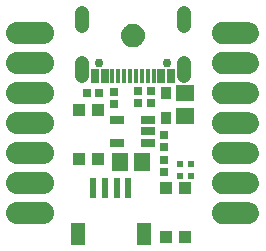
<source format=gbr>
G04 EAGLE Gerber RS-274X export*
G75*
%MOMM*%
%FSLAX34Y34*%
%LPD*%
%INSoldermask Top*%
%IPPOS*%
%AMOC8*
5,1,8,0,0,1.08239X$1,22.5*%
G01*
%ADD10R,1.341600X1.601600*%
%ADD11R,1.601600X1.341600*%
%ADD12C,1.879600*%
%ADD13C,1.879600*%
%ADD14R,0.601600X1.651600*%
%ADD15R,1.301600X1.901600*%
%ADD16R,1.301600X0.651600*%
%ADD17R,0.601600X0.601600*%
%ADD18R,0.901600X1.001600*%
%ADD19C,1.101600*%
%ADD20C,0.469900*%
%ADD21R,0.676600X1.251600*%
%ADD22R,0.376600X1.251600*%
%ADD23C,1.209600*%
%ADD24C,0.751600*%
%ADD25R,0.701600X0.701600*%
%ADD26R,1.001600X1.001600*%


D10*
X77622Y70485D03*
X96622Y70485D03*
D11*
X132842Y110007D03*
X132842Y129007D03*
D12*
X12700Y179705D03*
X12700Y154305D03*
X12700Y128905D03*
X12700Y103505D03*
X12700Y78105D03*
X12700Y52705D03*
X12700Y27305D03*
D13*
X8890Y179705D02*
X-8890Y179705D01*
X-8890Y154305D02*
X8890Y154305D01*
X8890Y128905D02*
X-8890Y128905D01*
X-8890Y103505D02*
X8890Y103505D01*
X8890Y78105D02*
X-8890Y78105D01*
X-8890Y52705D02*
X8890Y52705D01*
X8890Y27305D02*
X-8890Y27305D01*
D14*
X65104Y49016D03*
X75104Y49016D03*
X55104Y49016D03*
X85104Y49016D03*
D15*
X42104Y10016D03*
X98104Y10016D03*
D16*
X101393Y87274D03*
X101393Y96774D03*
X101393Y106274D03*
X75391Y106274D03*
X75391Y87274D03*
D17*
X137977Y69008D03*
X128977Y69008D03*
X128977Y59008D03*
X137977Y59008D03*
D12*
X165100Y27305D03*
X165100Y52705D03*
X165100Y78105D03*
X165100Y103505D03*
X165100Y128905D03*
X165100Y154305D03*
X165100Y179705D03*
D13*
X168910Y27305D02*
X186690Y27305D01*
X186690Y52705D02*
X168910Y52705D01*
X168910Y78105D02*
X186690Y78105D01*
X186690Y103505D02*
X168910Y103505D01*
X168910Y128905D02*
X186690Y128905D01*
X186690Y154305D02*
X168910Y154305D01*
X168910Y179705D02*
X186690Y179705D01*
D18*
X117221Y108172D03*
X117221Y129572D03*
D19*
X88900Y177800D03*
D20*
X88900Y185300D02*
X88719Y185298D01*
X88538Y185291D01*
X88357Y185280D01*
X88176Y185265D01*
X87996Y185245D01*
X87816Y185221D01*
X87637Y185193D01*
X87459Y185160D01*
X87282Y185123D01*
X87105Y185082D01*
X86930Y185037D01*
X86755Y184987D01*
X86582Y184933D01*
X86411Y184875D01*
X86240Y184813D01*
X86072Y184746D01*
X85905Y184676D01*
X85739Y184602D01*
X85576Y184523D01*
X85415Y184441D01*
X85255Y184355D01*
X85098Y184265D01*
X84943Y184171D01*
X84790Y184074D01*
X84640Y183972D01*
X84492Y183868D01*
X84346Y183759D01*
X84204Y183648D01*
X84064Y183532D01*
X83927Y183414D01*
X83792Y183292D01*
X83661Y183167D01*
X83533Y183039D01*
X83408Y182908D01*
X83286Y182773D01*
X83168Y182636D01*
X83052Y182496D01*
X82941Y182354D01*
X82832Y182208D01*
X82728Y182060D01*
X82626Y181910D01*
X82529Y181757D01*
X82435Y181602D01*
X82345Y181445D01*
X82259Y181285D01*
X82177Y181124D01*
X82098Y180961D01*
X82024Y180795D01*
X81954Y180628D01*
X81887Y180460D01*
X81825Y180289D01*
X81767Y180118D01*
X81713Y179945D01*
X81663Y179770D01*
X81618Y179595D01*
X81577Y179418D01*
X81540Y179241D01*
X81507Y179063D01*
X81479Y178884D01*
X81455Y178704D01*
X81435Y178524D01*
X81420Y178343D01*
X81409Y178162D01*
X81402Y177981D01*
X81400Y177800D01*
X88900Y185300D02*
X89081Y185298D01*
X89262Y185291D01*
X89443Y185280D01*
X89624Y185265D01*
X89804Y185245D01*
X89984Y185221D01*
X90163Y185193D01*
X90341Y185160D01*
X90518Y185123D01*
X90695Y185082D01*
X90870Y185037D01*
X91045Y184987D01*
X91218Y184933D01*
X91389Y184875D01*
X91560Y184813D01*
X91728Y184746D01*
X91895Y184676D01*
X92061Y184602D01*
X92224Y184523D01*
X92385Y184441D01*
X92545Y184355D01*
X92702Y184265D01*
X92857Y184171D01*
X93010Y184074D01*
X93160Y183972D01*
X93308Y183868D01*
X93454Y183759D01*
X93596Y183648D01*
X93736Y183532D01*
X93873Y183414D01*
X94008Y183292D01*
X94139Y183167D01*
X94267Y183039D01*
X94392Y182908D01*
X94514Y182773D01*
X94632Y182636D01*
X94748Y182496D01*
X94859Y182354D01*
X94968Y182208D01*
X95072Y182060D01*
X95174Y181910D01*
X95271Y181757D01*
X95365Y181602D01*
X95455Y181445D01*
X95541Y181285D01*
X95623Y181124D01*
X95702Y180961D01*
X95776Y180795D01*
X95846Y180628D01*
X95913Y180460D01*
X95975Y180289D01*
X96033Y180118D01*
X96087Y179945D01*
X96137Y179770D01*
X96182Y179595D01*
X96223Y179418D01*
X96260Y179241D01*
X96293Y179063D01*
X96321Y178884D01*
X96345Y178704D01*
X96365Y178524D01*
X96380Y178343D01*
X96391Y178162D01*
X96398Y177981D01*
X96400Y177800D01*
X96398Y177619D01*
X96391Y177438D01*
X96380Y177257D01*
X96365Y177076D01*
X96345Y176896D01*
X96321Y176716D01*
X96293Y176537D01*
X96260Y176359D01*
X96223Y176182D01*
X96182Y176005D01*
X96137Y175830D01*
X96087Y175655D01*
X96033Y175482D01*
X95975Y175311D01*
X95913Y175140D01*
X95846Y174972D01*
X95776Y174805D01*
X95702Y174639D01*
X95623Y174476D01*
X95541Y174315D01*
X95455Y174155D01*
X95365Y173998D01*
X95271Y173843D01*
X95174Y173690D01*
X95072Y173540D01*
X94968Y173392D01*
X94859Y173246D01*
X94748Y173104D01*
X94632Y172964D01*
X94514Y172827D01*
X94392Y172692D01*
X94267Y172561D01*
X94139Y172433D01*
X94008Y172308D01*
X93873Y172186D01*
X93736Y172068D01*
X93596Y171952D01*
X93454Y171841D01*
X93308Y171732D01*
X93160Y171628D01*
X93010Y171526D01*
X92857Y171429D01*
X92702Y171335D01*
X92545Y171245D01*
X92385Y171159D01*
X92224Y171077D01*
X92061Y170998D01*
X91895Y170924D01*
X91728Y170854D01*
X91560Y170787D01*
X91389Y170725D01*
X91218Y170667D01*
X91045Y170613D01*
X90870Y170563D01*
X90695Y170518D01*
X90518Y170477D01*
X90341Y170440D01*
X90163Y170407D01*
X89984Y170379D01*
X89804Y170355D01*
X89624Y170335D01*
X89443Y170320D01*
X89262Y170309D01*
X89081Y170302D01*
X88900Y170300D01*
X88719Y170302D01*
X88538Y170309D01*
X88357Y170320D01*
X88176Y170335D01*
X87996Y170355D01*
X87816Y170379D01*
X87637Y170407D01*
X87459Y170440D01*
X87282Y170477D01*
X87105Y170518D01*
X86930Y170563D01*
X86755Y170613D01*
X86582Y170667D01*
X86411Y170725D01*
X86240Y170787D01*
X86072Y170854D01*
X85905Y170924D01*
X85739Y170998D01*
X85576Y171077D01*
X85415Y171159D01*
X85255Y171245D01*
X85098Y171335D01*
X84943Y171429D01*
X84790Y171526D01*
X84640Y171628D01*
X84492Y171732D01*
X84346Y171841D01*
X84204Y171952D01*
X84064Y172068D01*
X83927Y172186D01*
X83792Y172308D01*
X83661Y172433D01*
X83533Y172561D01*
X83408Y172692D01*
X83286Y172827D01*
X83168Y172964D01*
X83052Y173104D01*
X82941Y173246D01*
X82832Y173392D01*
X82728Y173540D01*
X82626Y173690D01*
X82529Y173843D01*
X82435Y173998D01*
X82345Y174155D01*
X82259Y174315D01*
X82177Y174476D01*
X82098Y174639D01*
X82024Y174805D01*
X81954Y174972D01*
X81887Y175140D01*
X81825Y175311D01*
X81767Y175482D01*
X81713Y175655D01*
X81663Y175830D01*
X81618Y176005D01*
X81577Y176182D01*
X81540Y176359D01*
X81507Y176537D01*
X81479Y176716D01*
X81455Y176896D01*
X81435Y177076D01*
X81420Y177257D01*
X81409Y177438D01*
X81402Y177619D01*
X81400Y177800D01*
D21*
X120900Y143747D03*
X112900Y143747D03*
D22*
X106400Y143747D03*
X101400Y143747D03*
X96400Y143747D03*
X91400Y143747D03*
X86400Y143747D03*
X81400Y143747D03*
X76400Y143747D03*
X71400Y143747D03*
D21*
X64900Y143747D03*
X56900Y143747D03*
D23*
X132100Y185757D02*
X132100Y196837D01*
X45700Y196837D02*
X45700Y185757D01*
X45700Y155037D02*
X45700Y143957D01*
X132100Y143957D02*
X132100Y155037D01*
D24*
X60000Y154497D03*
X117800Y154497D03*
D25*
X50419Y129159D03*
X60579Y129159D03*
X104267Y121031D03*
X104267Y131191D03*
X114935Y72136D03*
X114935Y61976D03*
X114935Y83185D03*
X114935Y93345D03*
X93091Y131191D03*
X93091Y121031D03*
X72771Y129921D03*
X72771Y119761D03*
D26*
X43562Y114480D03*
X59562Y114480D03*
X59562Y73480D03*
X43562Y73480D03*
X117095Y48440D03*
X133095Y48440D03*
X133095Y7440D03*
X117095Y7440D03*
M02*

</source>
